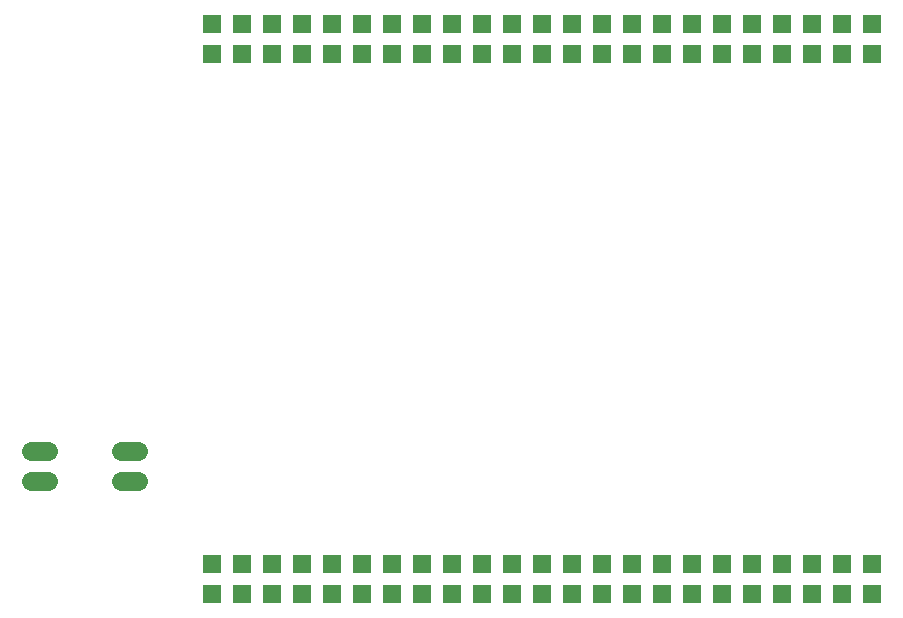
<source format=gbs>
G75*
G70*
%OFA0B0*%
%FSLAX24Y24*%
%IPPOS*%
%LPD*%
%AMOC8*
5,1,8,0,0,1.08239X$1,22.5*
%
%ADD10R,0.0635X0.0635*%
%ADD11C,0.0640*%
D10*
X007123Y001351D03*
X008123Y001351D03*
X009123Y001351D03*
X010123Y001351D03*
X011123Y001351D03*
X012123Y001351D03*
X013123Y001351D03*
X014123Y001351D03*
X015123Y001351D03*
X016123Y001351D03*
X017123Y001351D03*
X018123Y001351D03*
X019123Y001351D03*
X020123Y001351D03*
X021123Y001351D03*
X022123Y001351D03*
X023123Y001351D03*
X024123Y001351D03*
X025123Y001351D03*
X026123Y001351D03*
X027123Y001351D03*
X028123Y001351D03*
X029123Y001351D03*
X029123Y002351D03*
X028123Y002351D03*
X027123Y002351D03*
X026123Y002351D03*
X025123Y002351D03*
X024123Y002351D03*
X023123Y002351D03*
X022123Y002351D03*
X021123Y002351D03*
X020123Y002351D03*
X019123Y002351D03*
X018123Y002351D03*
X017123Y002351D03*
X016123Y002351D03*
X015123Y002351D03*
X014123Y002351D03*
X013123Y002351D03*
X012123Y002351D03*
X011123Y002351D03*
X010123Y002351D03*
X009123Y002351D03*
X008123Y002351D03*
X007123Y002351D03*
X007123Y019351D03*
X008123Y019351D03*
X009123Y019351D03*
X010123Y019351D03*
X011123Y019351D03*
X012123Y019351D03*
X013123Y019351D03*
X014123Y019351D03*
X015123Y019351D03*
X016123Y019351D03*
X017123Y019351D03*
X018123Y019351D03*
X019123Y019351D03*
X020123Y019351D03*
X021123Y019351D03*
X022123Y019351D03*
X023123Y019351D03*
X024123Y019351D03*
X025123Y019351D03*
X026123Y019351D03*
X027123Y019351D03*
X028123Y019351D03*
X029123Y019351D03*
X029123Y020351D03*
X028123Y020351D03*
X027123Y020351D03*
X026123Y020351D03*
X025123Y020351D03*
X024123Y020351D03*
X023123Y020351D03*
X022123Y020351D03*
X021123Y020351D03*
X020123Y020351D03*
X019123Y020351D03*
X018123Y020351D03*
X017123Y020351D03*
X016123Y020351D03*
X015123Y020351D03*
X014123Y020351D03*
X013123Y020351D03*
X012123Y020351D03*
X011123Y020351D03*
X010123Y020351D03*
X009123Y020351D03*
X008123Y020351D03*
X007123Y020351D03*
D11*
X004653Y006101D02*
X004093Y006101D01*
X004093Y005101D02*
X004653Y005101D01*
X001653Y005101D02*
X001093Y005101D01*
X001093Y006101D02*
X001653Y006101D01*
M02*

</source>
